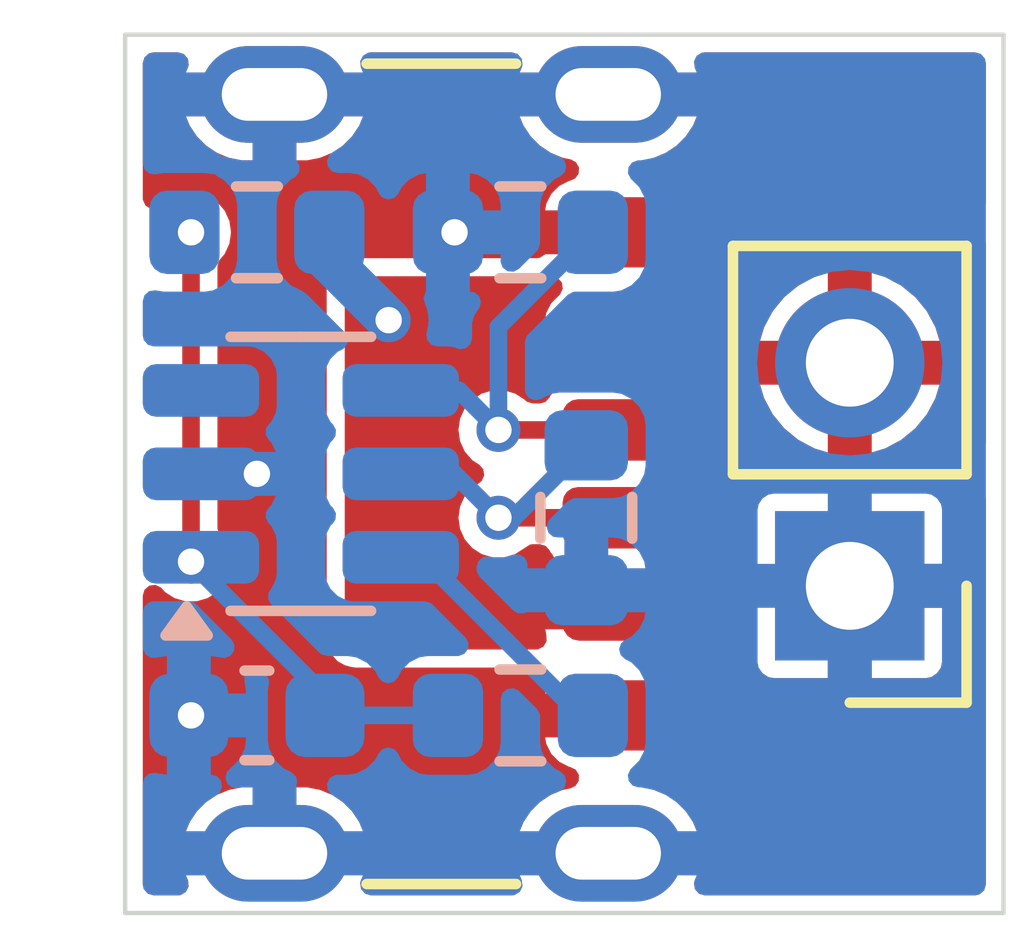
<source format=kicad_pcb>
(kicad_pcb (version 20240108) (generator "pcbnew") (generator_version "8.0")
  (layers (0 "F.Cu" signal) (31 "B.Cu" signal) (34 "B.Paste" user) (35 "F.Paste" user) (36 "B.SilkS" user "B.Silkscreen") (37 "F.SilkS" user "F.Silkscreen") (38 "B.Mask" user) (39 "F.Mask" user) (44 "Edge.Cuts" user))
  (net 0 "")
  (net 1 "VDD")
  (net 2 "GND")
  (net 3 "VBUS")
  (net 5 "CC2")
  (net 6 "CC1")
  (net 7 "Net-(U1-CFG)")
  (footprint "Connector_PinHeader_2.54mm:PinHeader_1x02_P2.54mm_Vertical" (layer "F.Cu") (at 105.75 101.275 180)
    (property "Reference" "J2" (hide yes))
    (property "Value" "Conn_01x02_Pin" (hide yes))
    (fp_line (start 1.33 1.27) (end 1.33 3.87) (stroke (width 0.12)) (layer "F.SilkS"))
    (fp_line (start -1.33 3.87) (end 1.33 3.87) (stroke (width 0.12)) (layer "F.SilkS"))
    (fp_line (start -1.33 1.27) (end 1.33 1.27) (stroke (width 0.12)) (layer "F.SilkS"))
    (fp_line (start -1.33 1.27) (end -1.33 3.87) (stroke (width 0.12)) (layer "F.SilkS"))
    (fp_line (start -1.33 0) (end -1.33 -1.33) (stroke (width 0.12)) (layer "F.SilkS"))
    (fp_line (start -1.33 -1.33) (end 0 -1.33) (stroke (width 0.12)) (layer "F.SilkS"))
    (pad "1" thru_hole rect (at 0 0 180) (size 1.7 1.7) (drill 1) (layers "*.Cu" "*.Mask") (net 2 "GND"))
    (pad "2" thru_hole oval (at 0 2.54 180) (size 1.7 1.7) (drill 1) (layers "*.Cu" "*.Mask") (net 3 "VBUS"))
  )
  (footprint "LOGO" (layer "F.Cu") (at 105.25 103.75 90)
    (property "Reference" "G***" (hide yes))
    (property "Value" "LOGO" (hide yes))
  )
  (footprint "Connector_USB:USB_C_Receptacle_GCT_USB4125-xx-x_6P_TopMnt_Horizontal" (layer "F.Cu") (at 100 100 -90)
    (property "Reference" "J1" (hide yes))
    (property "Value" "USB_C_Receptacle_PowerOnly_6P" (hide yes))
    (fp_line (start -4.67 -0.25) (end -4.67 -1.95) (stroke (width 0.12)) (layer "F.SilkS"))
    (fp_line (start 4.67 -0.25) (end 4.67 -1.95) (stroke (width 0.12)) (layer "F.SilkS"))
    (pad "A5" smd roundrect (at -0.5 -3.08 270) (size 0.7 1.2) (layers "F.Cu" "F.Paste" "F.Mask") (net 6 "CC1"))
    (pad "A9" smd roundrect (at 1.52 -3.08 90) (size 0.76 1.2) (layers "F.Cu" "F.Paste" "F.Mask") (net 3 "VBUS"))
    (pad "A12" smd roundrect (at 2.75 -3.08 90) (size 0.8 1.2) (layers "F.Cu" "F.Paste" "F.Mask") (net 2 "GND"))
    (pad "B5" smd roundrect (at 0.5 -3.08 90) (size 0.7 1.2) (layers "F.Cu" "F.Paste" "F.Mask") (net 5 "CC2"))
    (pad "B9" smd roundrect (at -1.52 -3.08 270) (size 0.76 1.2) (layers "F.Cu" "F.Paste" "F.Mask") (net 3 "VBUS"))
    (pad "B12" smd roundrect (at -2.75 -3.08 270) (size 0.8 1.2) (layers "F.Cu" "F.Paste" "F.Mask") (net 2 "GND"))
    (pad "S1" thru_hole oval (at -4.32 -3 270) (size 1.1 1.7) (drill oval 0.6 1.2) (layers "*.Cu" "*.Mask" "F.Paste") (net 2 "GND"))
    (pad "S1" thru_hole oval (at -4.32 0.8 270) (size 1.1 1.7) (drill oval 0.6 1.2) (layers "*.Cu" "*.Mask" "F.Paste") (net 2 "GND"))
    (pad "S1" thru_hole oval (at 4.32 -3 270) (size 1.1 1.7) (drill oval 0.6 1.2) (layers "*.Cu" "*.Mask" "F.Paste") (net 2 "GND"))
    (pad "S1" thru_hole oval (at 4.32 0.8 270) (size 1.1 1.7) (drill oval 0.6 1.2) (layers "*.Cu" "*.Mask" "F.Paste") (net 2 "GND"))
  )
  (footprint "Resistor_SMD:R_0603_1608Metric" (layer "B.Cu") (at 99 97.25 180)
    (property "Reference" "R1" (hide yes))
    (property "Value" "1k" (hide yes))
    (fp_line (start 0.237258 0.5225) (end -0.237258 0.5225) (stroke (width 0.12)) (layer "B.SilkS"))
    (fp_line (start 0.237258 -0.5225) (end -0.237258 -0.5225) (stroke (width 0.12)) (layer "B.SilkS"))
    (pad "1" smd roundrect (at -0.825 0 180) (size 0.8 0.95) (layers "B.Cu" "B.Paste" "B.Mask") (net 3 "VBUS"))
    (pad "2" smd roundrect (at 0.825 0 180) (size 0.8 0.95) (layers "B.Cu" "B.Paste" "B.Mask") (net 1 "VDD"))
  )
  (footprint "Capacitor_SMD:C_0603_1608Metric" (layer "B.Cu") (at 99 102.75 180)
    (property "Reference" "C1" (hide yes))
    (property "Value" "1u" (hide yes))
    (fp_line (start 0.14058 0.51) (end -0.14058 0.51) (stroke (width 0.12)) (layer "B.SilkS"))
    (fp_line (start 0.14058 -0.51) (end -0.14058 -0.51) (stroke (width 0.12)) (layer "B.SilkS"))
    (pad "1" smd roundrect (at -0.775 0 180) (size 0.9 0.95) (layers "B.Cu" "B.Paste" "B.Mask") (net 1 "VDD"))
    (pad "2" smd roundrect (at 0.775 0 180) (size 0.9 0.95) (layers "B.Cu" "B.Paste" "B.Mask") (net 2 "GND"))
  )
  (footprint "Resistor_SMD:R_0603_1608Metric" (layer "B.Cu") (at 102.75 100.5 -90)
    (property "Reference" "R3" (hide yes))
    (property "Value" "4.7k" (hide yes))
    (fp_line (start 0.237258 0.5225) (end -0.237258 0.5225) (stroke (width 0.12)) (layer "B.SilkS"))
    (fp_line (start 0.237258 -0.5225) (end -0.237258 -0.5225) (stroke (width 0.12)) (layer "B.SilkS"))
    (pad "1" smd roundrect (at -0.825 0 270) (size 0.8 0.95) (layers "B.Cu" "B.Paste" "B.Mask") (net 5 "CC2"))
    (pad "2" smd roundrect (at 0.825 0 270) (size 0.8 0.95) (layers "B.Cu" "B.Paste" "B.Mask") (net 2 "GND"))
  )
  (footprint "Resistor_SMD:R_0603_1608Metric" (layer "B.Cu") (at 102 102.75)
    (property "Reference" "R4" (hide yes))
    (property "Value" "R" (hide yes))
    (fp_line (start 0.237258 -0.5225) (end -0.237258 -0.5225) (stroke (width 0.12)) (layer "B.SilkS"))
    (fp_line (start 0.237258 0.5225) (end -0.237258 0.5225) (stroke (width 0.12)) (layer "B.SilkS"))
    (pad "1" smd roundrect (at -0.825 0) (size 0.8 0.95) (layers "B.Cu" "B.Paste" "B.Mask") (net 1 "VDD"))
    (pad "2" smd roundrect (at 0.825 0) (size 0.8 0.95) (layers "B.Cu" "B.Paste" "B.Mask") (net 7 "Net-(U1-CFG)"))
  )
  (footprint "Resistor_SMD:R_0603_1608Metric" (layer "B.Cu") (at 102 97.25 180)
    (property "Reference" "R2" (hide yes))
    (property "Value" "4.7k" (hide yes))
    (fp_line (start 0.237258 0.5225) (end -0.237258 0.5225) (stroke (width 0.12)) (layer "B.SilkS"))
    (fp_line (start 0.237258 -0.5225) (end -0.237258 -0.5225) (stroke (width 0.12)) (layer "B.SilkS"))
    (pad "1" smd roundrect (at -0.825 0 180) (size 0.8 0.95) (layers "B.Cu" "B.Paste" "B.Mask") (net 6 "CC1"))
    (pad "2" smd roundrect (at 0.825 0 180) (size 0.8 0.95) (layers "B.Cu" "B.Paste" "B.Mask") (net 2 "GND"))
  )
  (footprint "Package_TO_SOT_SMD:SOT-23-6" (layer "B.Cu") (at 99.5 100)
    (property "Reference" "U1" (hide yes))
    (property "Value" "CH221K" (hide yes))
    (fp_line (start -0.8 -1.56) (end 0 -1.56) (stroke (width 0.12)) (layer "B.SilkS"))
    (fp_line (start -0.8 1.56) (end 0 1.56) (stroke (width 0.12)) (layer "B.SilkS"))
    (fp_line (start 0.8 -1.56) (end 0 -1.56) (stroke (width 0.12)) (layer "B.SilkS"))
    (fp_line (start 0.8 1.56) (end 0 1.56) (stroke (width 0.12)) (layer "B.SilkS"))
    (fp_poly (pts (xy -1.3 1.51) (xy -1.54 1.84) (xy -1.06 1.84) (xy -1.3 1.51)) (stroke (width 0.12)) (fill solid) (layer "B.SilkS"))
    (pad "1" smd roundrect (at -1.1375 0.95) (size 1.325 0.6) (layers "B.Cu" "B.Paste" "B.Mask") (net 1 "VDD"))
    (pad "2" smd roundrect (at -1.1375 0) (size 1.325 0.6) (layers "B.Cu" "B.Paste" "B.Mask") (net 2 "GND"))
    (pad "3" smd roundrect (at -1.1375 -0.95) (size 1.325 0.6) (layers "B.Cu" "B.Paste" "B.Mask"))
    (pad "4" smd roundrect (at 1.1375 -0.95) (size 1.325 0.6) (layers "B.Cu" "B.Paste" "B.Mask") (net 6 "CC1"))
    (pad "5" smd roundrect (at 1.1375 0) (size 1.325 0.6) (layers "B.Cu" "B.Paste" "B.Mask") (net 5 "CC2"))
    (pad "6" smd roundrect (at 1.1375 0.95) (size 1.325 0.6) (layers "B.Cu" "B.Paste" "B.Mask") (net 7 "Net-(U1-CFG)"))
  )
  (gr_line (start 97.5 95) (end 97.5 105) (stroke (width 0.05)) (layer "Edge.Cuts"))
  (gr_line (start 107.5 105) (end 107.5 95) (stroke (width 0.05)) (layer "Edge.Cuts"))
  (gr_line (start 97.5 95) (end 107.5 95) (stroke (width 0.05)) (layer "Edge.Cuts"))
  (gr_line (start 97.5 105) (end 107.5 105) (stroke (width 0.05)) (layer "Edge.Cuts"))
  (segment (start 98.25 101) (end 98.25 97.25) (width 0.2) (layer "F.Cu") (net 1))
  (via (at 98.25 101) (size 0.5) (drill 0.3) (layers "F.Cu" "B.Cu") (net 1))
  (via (at 98.25 97.25) (size 0.5) (drill 0.3) (layers "F.Cu" "B.Cu") (net 1))
  (segment (start 99.775 102.525) (end 99.775 102.75) (width 0.2) (layer "B.Cu") (net 1))
  (segment (start 98.25 101) (end 99.775 102.525) (width 0.2) (layer "B.Cu") (net 1))
  (segment (start 99.775 102.75) (end 101.175 102.75) (width 0.2) (layer "B.Cu") (net 1))
  (via (at 101.25 97.25) (size 0.5) (drill 0.3) (layers "F.Cu" "B.Cu") (net 2))
  (via (at 98.25 102.75) (size 0.5) (drill 0.3) (layers "F.Cu" "B.Cu") (net 2))
  (via (at 99 100) (size 0.5) (drill 0.3) (layers "F.Cu" "B.Cu") (net 2))
  (via (at 100.5 98.25) (size 0.5) (drill 0.3) (layers "F.Cu" "B.Cu") (net 3))
  (segment (start 99.825 97.575) (end 99.825 97.25) (width 0.5) (layer "B.Cu") (net 3))
  (segment (start 100.5 98.25) (end 99.825 97.575) (width 0.5) (layer "B.Cu") (net 3))
  (segment (start 101.75 100.5) (end 103.08 100.5) (width 0.2) (layer "F.Cu") (net 5))
  (via (at 101.75 100.5) (size 0.5) (drill 0.3) (layers "F.Cu" "B.Cu") (net 5))
  (segment (start 101.75 100.5) (end 101.25 100) (width 0.2) (layer "B.Cu") (net 5))
  (segment (start 101.25 100) (end 100.8875 100) (width 0.2) (layer "B.Cu") (net 5))
  (segment (start 101.925 100.5) (end 102.75 99.675) (width 0.2) (layer "B.Cu") (net 5))
  (segment (start 101.75 100.5) (end 101.925 100.5) (width 0.2) (layer "B.Cu") (net 5))
  (segment (start 101.75 99.5) (end 103.08 99.5) (width 0.2) (layer "F.Cu") (net 6))
  (via (at 101.75 99.5) (size 0.5) (drill 0.3) (layers "F.Cu" "B.Cu") (net 6))
  (segment (start 101.3 99.05) (end 100.8875 99.05) (width 0.2) (layer "B.Cu") (net 6))
  (segment (start 101.75 99.5) (end 101.3 99.05) (width 0.2) (layer "B.Cu") (net 6))
  (segment (start 101.75 98.325) (end 102.825 97.25) (width 0.2) (layer "B.Cu") (net 6))
  (segment (start 101.75 99.5) (end 101.75 98.325) (width 0.2) (layer "B.Cu") (net 6))
  (segment (start 100.8875 100.95) (end 102.6875 102.75) (width 0.2) (layer "B.Cu") (net 7))
  (segment (start 102.6875 102.75) (end 102.825 102.75) (width 0.2) (layer "B.Cu") (net 7))
  (zone (net 3) (net_name "VBUS") (layer "F.Cu") (priority 2) (connect_pads (clearance 0.2)) (min_thickness 0.25) (fill yes (thermal_gap 0.2) (thermal_bridge_width 0.5))
    (polygon (pts (xy 100 97.75) (xy 104.25 97.75) (xy 104.75 97.25) (xy 107.5 97.25) (xy 107.5 99.5) (xy 105 102) (xy 100 102)))
  )
  (zone (net 2) (net_name "GND") (layer "F.Cu") (priority 1) (connect_pads (clearance 0.2)) (min_thickness 0.25) (fill yes (thermal_gap 0.2) (thermal_bridge_width 0.5))
    (polygon (pts (xy 97.25 94.75) (xy 107.75 94.75) (xy 107.75 105.25) (xy 97.25 105.25)))
  )
  (zone (net 2) (net_name "GND") (layer "B.Cu") (connect_pads (clearance 0.2)) (min_thickness 0.25) (fill yes (thermal_gap 0.2) (thermal_bridge_width 0.5))
    (polygon (pts (xy 97.25 94.75) (xy 97.25 105.25) (xy 107.75 105.25) (xy 107.75 94.75)))
  )
)
</source>
